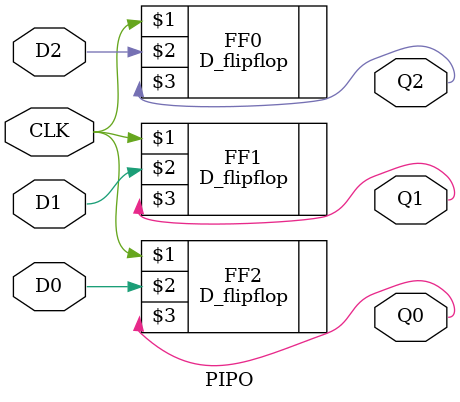
<source format=sv>

module PIPO(CLK, D2, D1, D0, Q2, Q1, Q0);
    input CLK, D2, D1, D0;
    output Q2, Q1, Q0;

    D_flipflop FF0 (CLK, D2, Q2);
    D_flipflop FF1 (CLK, D1, Q1);
    D_flipflop FF2 (CLK, D0, Q0);
endmodule

</source>
